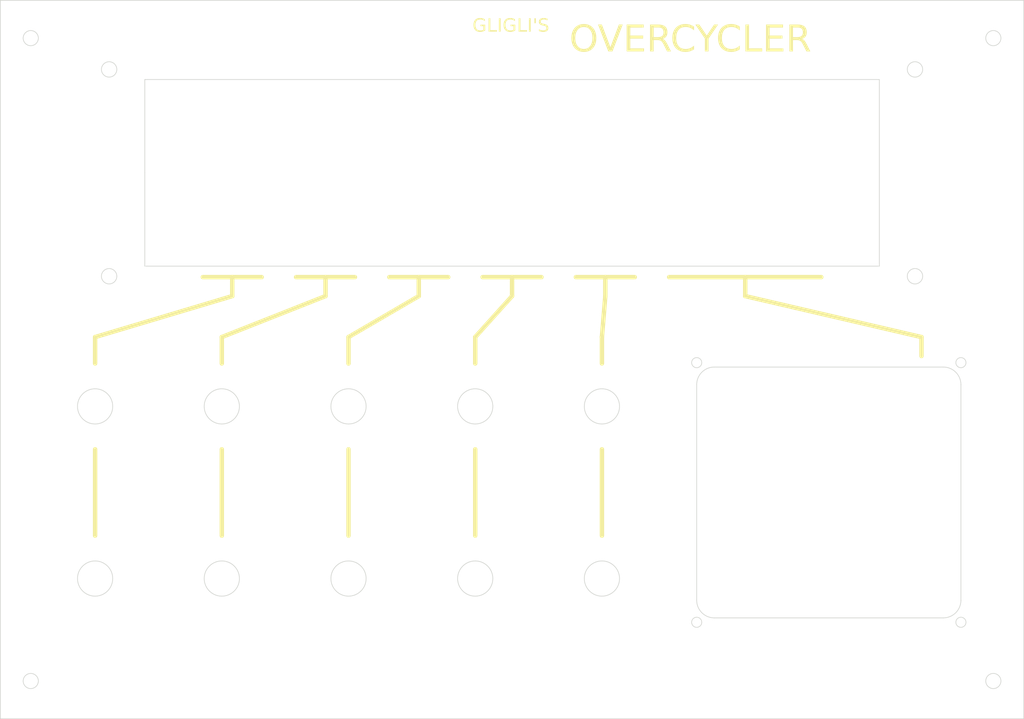
<source format=kicad_pcb>
(kicad_pcb
	(version 20240108)
	(generator "pcbnew")
	(generator_version "8.0")
	(general
		(thickness 1.6)
		(legacy_teardrops no)
	)
	(paper "A3")
	(layers
		(0 "F.Cu" signal)
		(31 "B.Cu" signal)
		(32 "B.Adhes" user "B.Adhesive")
		(33 "F.Adhes" user "F.Adhesive")
		(34 "B.Paste" user)
		(35 "F.Paste" user)
		(36 "B.SilkS" user "B.Silkscreen")
		(37 "F.SilkS" user "F.Silkscreen")
		(38 "B.Mask" user)
		(39 "F.Mask" user)
		(40 "Dwgs.User" user "User.Drawings")
		(41 "Cmts.User" user "User.Comments")
		(42 "Eco1.User" user "User.Eco1")
		(43 "Eco2.User" user "User.Eco2")
		(44 "Edge.Cuts" user)
		(45 "Margin" user)
		(46 "B.CrtYd" user "B.Courtyard")
		(47 "F.CrtYd" user "F.Courtyard")
		(48 "B.Fab" user)
		(49 "F.Fab" user)
		(50 "User.1" user)
		(51 "User.2" user)
		(52 "User.3" user)
		(53 "User.4" user)
		(54 "User.5" user)
		(55 "User.6" user)
		(56 "User.7" user)
		(57 "User.8" user)
		(58 "User.9" user)
	)
	(setup
		(pad_to_mask_clearance 0)
		(allow_soldermask_bridges_in_footprints no)
		(aux_axis_origin 90.91357 55.731669)
		(grid_origin 90.91357 55.731669)
		(pcbplotparams
			(layerselection 0x00010fc_ffffffff)
			(plot_on_all_layers_selection 0x0000000_00000000)
			(disableapertmacros no)
			(usegerberextensions no)
			(usegerberattributes yes)
			(usegerberadvancedattributes yes)
			(creategerberjobfile yes)
			(dashed_line_dash_ratio 12.000000)
			(dashed_line_gap_ratio 3.000000)
			(svgprecision 4)
			(plotframeref no)
			(viasonmask no)
			(mode 1)
			(useauxorigin no)
			(hpglpennumber 1)
			(hpglpenspeed 20)
			(hpglpendiameter 15.000000)
			(pdf_front_fp_property_popups yes)
			(pdf_back_fp_property_popups yes)
			(dxfpolygonmode yes)
			(dxfimperialunits yes)
			(dxfusepcbnewfont yes)
			(psnegative no)
			(psa4output no)
			(plotreference yes)
			(plotvalue yes)
			(plotfptext yes)
			(plotinvisibletext no)
			(sketchpadsonfab no)
			(subtractmaskfromsilk no)
			(outputformat 1)
			(mirror no)
			(drillshape 0)
			(scaleselection 1)
			(outputdirectory "Gerber/")
		)
	)
	(net 0 "")
	(gr_line
		(start 164.75857 118.631669)
		(end 164.75857 122.943369)
		(stroke
			(width 1)
			(type default)
		)
		(layer "F.SilkS")
		(uuid "0758f907-0649-410c-a3e8-e16596169f8a")
	)
	(gr_line
		(start 228.29857 118.631669)
		(end 228.29857 122.943369)
		(stroke
			(width 1)
			(type default)
		)
		(layer "F.SilkS")
		(uuid "0b069e70-a7d2-43d1-a853-16f33428dd6a")
	)
	(gr_line
		(start 227.52787 157.754969)
		(end 227.52787 177.378369)
		(stroke
			(width 1)
			(type default)
		)
		(layer "F.SilkS")
		(uuid "0b7e2df0-9379-482b-bb4d-b24a27e5de9b")
	)
	(gr_line
		(start 141.20927 157.754969)
		(end 141.20927 177.378369)
		(stroke
			(width 1)
			(type default)
		)
		(layer "F.SilkS")
		(uuid "0ddbddb0-7b3e-420a-aa20-48ea73283d01")
	)
	(gr_line
		(start 143.57857 118.631669)
		(end 136.89357 118.631669)
		(stroke
			(width 1)
			(type default)
		)
		(layer "F.SilkS")
		(uuid "13eb767b-93ad-4179-aeec-d2a660618517")
	)
	(gr_line
		(start 260.06857 118.631669)
		(end 277.34357 118.631669)
		(stroke
			(width 1)
			(type default)
		)
		(layer "F.SilkS")
		(uuid "1b8827e2-45f7-4b12-b9ff-4ec7b4b037f7")
	)
	(gr_line
		(start 185.93857 118.631669)
		(end 185.93857 122.943369)
		(stroke
			(width 1)
			(type default)
		)
		(layer "F.SilkS")
		(uuid "2f69d5e3-a61f-43da-a0f3-e2a4d3b5725c")
	)
	(gr_line
		(start 164.75857 122.943369)
		(end 141.20927 132.254999)
		(stroke
			(width 1)
			(type default)
		)
		(layer "F.SilkS")
		(uuid "3ca40934-468a-4615-846a-1224ec69886b")
	)
	(gr_line
		(start 112.43647 138.255002)
		(end 112.43647 132.254999)
		(stroke
			(width 1)
			(type default)
		)
		(layer "F.SilkS")
		(uuid "42a36820-9911-4ad1-bdc7-cfccb3fc6a77")
	)
	(gr_line
		(start 158.07357 118.631669)
		(end 164.75857 118.631669)
		(stroke
			(width 1)
			(type default)
		)
		(layer "F.SilkS")
		(uuid "42aefb7a-6a0b-4308-ade0-1fcd06e3e869")
	)
	(gr_line
		(start 242.79357 118.631669)
		(end 260.06857 118.631669)
		(stroke
			(width 1)
			(type default)
		)
		(layer "F.SilkS")
		(uuid "4fbbe018-dba8-4de5-98b2-6956152fb63e")
	)
	(gr_line
		(start 112.43647 157.754969)
		(end 112.43647 177.378369)
		(stroke
			(width 1)
			(type default)
		)
		(layer "F.SilkS")
		(uuid "587aa794-000f-4679-a71d-ed77047eb390")
	)
	(gr_line
		(start 221.61357 118.631669)
		(end 228.29857 118.631669)
		(stroke
			(width 1)
			(type default)
		)
		(layer "F.SilkS")
		(uuid "5a6d2e6a-9a34-42e5-97a8-537ce8b4765a")
	)
	(gr_line
		(start 143.57857 118.631669)
		(end 143.57857 122.943369)
		(stroke
			(width 1)
			(type default)
		)
		(layer "F.SilkS")
		(uuid "639ade77-4c48-4991-9531-0761eecf9bd5")
	)
	(gr_line
		(start 143.57857 122.943369)
		(end 112.43647 132.254999)
		(stroke
			(width 1)
			(type default)
		)
		(layer "F.SilkS")
		(uuid "6887dc34-f79f-444a-80b4-e2aa938ab6c3")
	)
	(gr_line
		(start 207.11857 122.943369)
		(end 198.755 132.254999)
		(stroke
			(width 1)
			(type default)
		)
		(layer "F.SilkS")
		(uuid "6f0094dd-1959-4df8-94b8-d742c873fbbb")
	)
	(gr_line
		(start 185.93857 122.943369)
		(end 169.98217 132.254999)
		(stroke
			(width 1)
			(type default)
		)
		(layer "F.SilkS")
		(uuid "7aca4267-4aa2-4725-ab9c-641dd1a7592d")
	)
	(gr_line
		(start 300.09737 132.254999)
		(end 300.09737 136.566669)
		(stroke
			(width 1)
			(type default)
		)
		(layer "F.SilkS")
		(uuid "86b8ac0a-67b0-42d8-ba2a-bdfab1c39861")
	)
	(gr_line
		(start 150.26357 118.631669)
		(end 143.57857 118.631669)
		(stroke
			(width 1)
			(type default)
		)
		(layer "F.SilkS")
		(uuid "8932703d-c552-491e-ae1f-f0ae97ff5cc5")
	)
	(gr_line
		(start 141.20927 138.255002)
		(end 141.20927 132.254999)
		(stroke
			(width 1)
			(type default)
		)
		(layer "F.SilkS")
		(uuid "8fc10408-1379-4232-8ee0-34ae1db1fe04")
	)
	(gr_line
		(start 228.29857 122.943369)
		(end 227.52787 132.254999)
		(stroke
			(width 1)
			(type default)
		)
		(layer "F.SilkS")
		(uuid "92f32dde-9767-4247-af49-46a99b661a12")
	)
	(gr_line
		(start 207.11857 118.631669)
		(end 213.80357 118.631669)
		(stroke
			(width 1)
			(type default)
		)
		(layer "F.SilkS")
		(uuid "934a7477-c21d-4750-90d9-51330d96948d")
	)
	(gr_line
		(start 198.755 138.255002)
		(end 198.755 132.254999)
		(stroke
			(width 1)
			(type default)
		)
		(layer "F.SilkS")
		(uuid "96b63361-4b39-4eba-a426-cf4c7e1ee097")
	)
	(gr_line
		(start 169.98217 157.754969)
		(end 169.98217 177.378369)
		(stroke
			(width 1)
			(type default)
		)
		(layer "F.SilkS")
		(uuid "a1961a13-85c6-4896-86c5-7566065d2ebb")
	)
	(gr_line
		(start 198.755 157.754969)
		(end 198.755 177.378369)
		(stroke
			(width 1)
			(type default)
		)
		(layer "F.SilkS")
		(uuid "b0f550e2-3ddf-45ef-a915-06cdf471e508")
	)
	(gr_line
		(start 200.43357 118.631669)
		(end 207.11857 118.631669)
		(stroke
			(width 1)
			(type default)
		)
		(layer "F.SilkS")
		(uuid "b46d9af2-989b-4526-9581-80e4c68936b7")
	)
	(gr_line
		(start 164.75857 118.631669)
		(end 171.44357 118.631669)
		(stroke
			(width 1)
			(type default)
		)
		(layer "F.SilkS")
		(uuid "b7b13c90-b6d2-47bc-93f0-7a4fd6a74ca6")
	)
	(gr_line
		(start 185.93857 118.631669)
		(end 192.62357 118.631669)
		(stroke
			(width 1)
			(type default)
		)
		(layer "F.SilkS")
		(uuid "bb3fdf6f-09a4-4925-9ef9-9f4e598890ad")
	)
	(gr_line
		(start 260.06857 118.631669)
		(end 260.06857 122.943369)
		(stroke
			(width 1)
			(type default)
		)
		(layer "F.SilkS")
		(uuid "bbea95c0-672c-486d-8da0-d6681b933e51")
	)
	(gr_line
		(start 179.25357 118.631669)
		(end 185.93857 118.631669)
		(stroke
			(width 1)
			(type default)
		)
		(layer "F.SilkS")
		(uuid "c8408073-a3fe-405a-8c88-da15e93ce874")
	)
	(gr_line
		(start 228.29857 118.631669)
		(end 234.98357 118.631669)
		(stroke
			(width 1)
			(type default)
		)
		(layer "F.SilkS")
		(uuid "df9ed31f-69d8-429f-955d-3ad8d5e9bf22")
	)
	(gr_line
		(start 260.06857 122.943369)
		(end 300.09737 132.254999)
		(stroke
			(width 1)
			(type default)
		)
		(layer "F.SilkS")
		(uuid "e59c73b0-7dbb-4ad7-beda-e6607dcb9d45")
	)
	(gr_line
		(start 169.98217 138.255002)
		(end 169.98217 132.254999)
		(stroke
			(width 1)
			(type default)
		)
		(layer "F.SilkS")
		(uuid "eb2305d0-7571-4a35-9398-bb3206caa466")
	)
	(gr_line
		(start 207.11857 118.631669)
		(end 207.11857 122.943369)
		(stroke
			(width 1)
			(type default)
		)
		(layer "F.SilkS")
		(uuid "ec4a3c90-748a-45cd-9600-8c2ce73bea23")
	)
	(gr_line
		(start 227.52787 132.254999)
		(end 227.52787 138.255002)
		(stroke
			(width 1)
			(type default)
		)
		(layer "F.SilkS")
		(uuid "eebd19f6-daae-4a5a-83dd-59ed41dfce6b")
	)
	(gr_line
		(start 305.05067 196.066667)
		(end 305.05067 196.066669)
		(stroke
			(width 0.15)
			(type default)
		)
		(layer "Edge.Cuts")
		(uuid "08b25a36-91d7-43e9-891e-68e150a8e542")
	)
	(gr_circle
		(center 198.755 187.128369)
		(end 202.755 187.128369)
		(stroke
			(width 0.15)
			(type default)
		)
		(fill none)
		(layer "Edge.Cuts")
		(uuid "08e6c4a9-f2bb-491f-90ab-b6286508aeb9")
	)
	(gr_circle
		(center 309.05057 197.066669)
		(end 310.20057 197.066669)
		(stroke
			(width 0.15)
			(type default)
		)
		(fill none)
		(layer "Edge.Cuts")
		(uuid "0f8eef37-2e6a-4ee5-8e46-73a5222893cb")
	)
	(gr_line
		(start 290.51857 73.731669)
		(end 290.51857 116.131669)
		(stroke
			(width 0.15)
			(type default)
		)
		(layer "Edge.Cuts")
		(uuid "0fbe2a81-6ad6-4025-88e6-968cd37d0c0c")
	)
	(gr_circle
		(center 115.61857 71.431669)
		(end 117.36857 71.431669)
		(stroke
			(width 0.15)
			(type default)
		)
		(fill none)
		(layer "Edge.Cuts")
		(uuid "11897a78-d4c2-4a81-9848-7185e5ed68a0")
	)
	(gr_circle
		(center 112.43647 187.128369)
		(end 116.43647 187.128369)
		(stroke
			(width 0.15)
			(type default)
		)
		(fill none)
		(layer "Edge.Cuts")
		(uuid "16a2f275-ae13-4336-8dd4-28d63acd7a7b")
	)
	(gr_circle
		(center 169.98217 148.004969)
		(end 173.98217 148.004969)
		(stroke
			(width 0.15)
			(type default)
		)
		(fill none)
		(layer "Edge.Cuts")
		(uuid "1f15e72f-8f4d-4bec-9383-883b0fb55ca7")
	)
	(gr_line
		(start 309.05057 143.094953)
		(end 309.05057 192.094811)
		(stroke
			(width 0.15)
			(type default)
		)
		(layer "Edge.Cuts")
		(uuid "330e9f49-91c1-4a00-a3bb-0ec9d8d691af")
	)
	(gr_line
		(start 249.05067 192.066669)
		(end 249.05067 143.066669)
		(stroke
			(width 0.15)
			(type default)
		)
		(layer "Edge.Cuts")
		(uuid "37330050-6b1e-4d58-8287-6889bad5a6ff")
	)
	(gr_circle
		(center 309.05057 138.066669)
		(end 310.20057 138.066669)
		(stroke
			(width 0.15)
			(type default)
		)
		(fill none)
		(layer "Edge.Cuts")
		(uuid "40b87f02-2bc4-4cb1-a2b3-eb9b59e5f05a")
	)
	(gr_circle
		(center 198.755 148.004969)
		(end 202.755 148.004969)
		(stroke
			(width 0.15)
			(type default)
		)
		(fill none)
		(layer "Edge.Cuts")
		(uuid "42286bce-22f6-4d3f-ade6-3a7d8224f494")
	)
	(gr_circle
		(center 97.82357 64.321669)
		(end 99.54857 64.321669)
		(stroke
			(width 0.15)
			(type default)
		)
		(fill none)
		(layer "Edge.Cuts")
		(uuid "460196da-cb2f-4a85-aa57-d6da044b1e7b")
	)
	(gr_arc
		(start 305.05067 139.066669)
		(mid 307.889079 140.24826)
		(end 309.05057 143.094953)
		(stroke
			(width 0.15)
			(type default)
		)
		(layer "Edge.Cuts")
		(uuid "46e2409e-9438-4f0c-9322-8055e0215665")
	)
	(gr_circle
		(center 141.20927 148.004969)
		(end 145.20927 148.004969)
		(stroke
			(width 0.15)
			(type default)
		)
		(fill none)
		(layer "Edge.Cuts")
		(uuid "4b43b80f-e4de-4d81-9ece-2811aaee4114")
	)
	(gr_line
		(start 123.71857 116.131669)
		(end 123.71857 94.931669)
		(stroke
			(width 0.15)
			(type default)
		)
		(layer "Edge.Cuts")
		(uuid "4e22f383-2d71-45e8-b2cf-76ffdb2f85ee")
	)
	(gr_arc
		(start 309.05057 192.094811)
		(mid 307.869129 194.905028)
		(end 305.05067 196.066667)
		(stroke
			(width 0.15)
			(type default)
		)
		(layer "Edge.Cuts")
		(uuid "50077cb5-a160-4ef5-b9d1-2cfdac0d6fae")
	)
	(gr_circle
		(center 112.43647 148.004969)
		(end 116.43647 148.004969)
		(stroke
			(width 0.15)
			(type default)
		)
		(fill none)
		(layer "Edge.Cuts")
		(uuid "56169340-fd3d-4a03-98f1-0d6b94bef07d")
	)
	(gr_circle
		(center 316.41357 210.411669)
		(end 318.13857 210.411669)
		(stroke
			(width 0.15)
			(type default)
		)
		(fill none)
		(layer "Edge.Cuts")
		(uuid "674b92e5-648e-488c-a54c-5254f199cfd8")
	)
	(gr_circle
		(center 115.61857 118.431669)
		(end 117.36857 118.431669)
		(stroke
			(width 0.15)
			(type default)
		)
		(fill none)
		(layer "Edge.Cuts")
		(uuid "7f02f85f-32fe-416a-bb62-0db1dab93c56")
	)
	(gr_line
		(start 253.05067 139.066669)
		(end 305.05067 139.066669)
		(stroke
			(width 0.15)
			(type default)
		)
		(layer "Edge.Cuts")
		(uuid "84ae7f1a-1919-47ce-84ba-ec4439ca07b6")
	)
	(gr_circle
		(center 249.05067 197.066669)
		(end 250.20067 197.066669)
		(stroke
			(width 0.15)
			(type default)
		)
		(fill none)
		(layer "Edge.Cuts")
		(uuid "8523e154-b4ee-4139-8204-7682afaa8c94")
	)
	(gr_line
		(start 323.32357 219.001669)
		(end 90.91357 219.001669)
		(stroke
			(width 0.15)
			(type default)
		)
		(layer "Edge.Cuts")
		(uuid "8b6e1788-ad6d-4fae-880a-1b281fe52f0c")
	)
	(gr_circle
		(center 249.05067 138.066669)
		(end 250.20067 138.066669)
		(stroke
			(width 0.15)
			(type default)
		)
		(fill none)
		(layer "Edge.Cuts")
		(uuid "920ccd46-c5bd-4340-a9ed-b56557a5b8d2")
	)
	(gr_line
		(start 123.71857 94.931669)
		(end 123.71857 73.731669)
		(stroke
			(width 0.15)
			(type default)
		)
		(layer "Edge.Cuts")
		(uuid "9724f265-d8d0-487e-9fb3-1a4b619dbd85")
	)
	(gr_circle
		(center 298.61857 118.431669)
		(end 300.36857 118.431669)
		(stroke
			(width 0.15)
			(type default)
		)
		(fill none)
		(layer "Edge.Cuts")
		(uuid "9b0690a7-3b91-4a16-b1db-f007c4d90f4b")
	)
	(gr_circle
		(center 169.98217 187.128369)
		(end 173.98217 187.128369)
		(stroke
			(width 0.15)
			(type default)
		)
		(fill none)
		(layer "Edge.Cuts")
		(uuid "a357bef6-ae03-49cc-8e97-f0f0dac3f4fc")
	)
	(gr_line
		(start 123.71857 73.731669)
		(end 290.51857 73.731669)
		(stroke
			(width 0.15)
			(type default)
		)
		(layer "Edge.Cuts")
		(uuid "a5e0f72b-6d62-4521-bf2c-19b30e2f6251")
	)
	(gr_circle
		(center 141.20927 187.128369)
		(end 145.20927 187.128369)
		(stroke
			(width 0.15)
			(type default)
		)
		(fill none)
		(layer "Edge.Cuts")
		(uuid "adf3aaf1-4c56-4d93-a9d9-0fbc4eda955b")
	)
	(gr_circle
		(center 227.52787 187.128369)
		(end 231.52787 187.128369)
		(stroke
			(width 0.15)
			(type default)
		)
		(fill none)
		(layer "Edge.Cuts")
		(uuid "aff1d442-3f4f-4981-92ee-0bb16d80952b")
	)
	(gr_circle
		(center 316.41357 64.321669)
		(end 318.13857 64.321669)
		(stroke
			(width 0.15)
			(type default)
		)
		(fill none)
		(layer "Edge.Cuts")
		(uuid "b39c39b7-e664-4078-a7ea-072476e6a4c5")
	)
	(gr_line
		(start 323.32357 55.731669)
		(end 323.32357 219.001669)
		(stroke
			(width 0.15)
			(type default)
		)
		(layer "Edge.Cuts")
		(uuid "c89b1295-24f0-4d1b-9cf1-12b2cd5f95d1")
	)
	(gr_circle
		(center 298.61857 71.431669)
		(end 300.36857 71.431669)
		(stroke
			(width 0.15)
			(type default)
		)
		(fill none)
		(layer "Edge.Cuts")
		(uuid "cbd9daf6-0ca2-4c27-8703-6f05f7deb9bb")
	)
	(gr_line
		(start 290.51857 116.131669)
		(end 123.71857 116.131669)
		(stroke
			(width 0.15)
			(type default)
		)
		(layer "Edge.Cuts")
		(uuid "cf9cb6e1-5eb4-4b39-ac34-9053dd5b81c5")
	)
	(gr_circle
		(center 227.52787 148.004969)
		(end 231.52787 148.004969)
		(stroke
			(width 0.15)
			(type default)
		)
		(fill none)
		(layer "Edge.Cuts")
		(uuid "d09aa31e-d9f8-4d51-bb48-44ba0e52b982")
	)
	(gr_circle
		(center 97.82357 210.411669)
		(end 99.54857 210.411669)
		(stroke
			(width 0.15)
			(type default)
		)
		(fill none)
		(layer "Edge.Cuts")
		(uuid "d2a9cc04-a828-4e38-9f4d-1085bfc9ae74")
	)
	(gr_line
		(start 90.91357 55.731669)
		(end 323.32357 55.731669)
		(stroke
			(width 0.15)
			(type default)
		)
		(layer "Edge.Cuts")
		(uuid "e62664b0-a738-4109-ad5a-5d1d7e1a59dc")
	)
	(gr_line
		(start 90.91357 219.001669)
		(end 90.91357 55.731669)
		(stroke
			(width 0.15)
			(type default)
		)
		(layer "Edge.Cuts")
		(uuid "e8cb4823-7613-4b29-9ab4-4b23ead6507e")
	)
	(gr_arc
		(start 253.05067 196.066669)
		(mid 250.222243 194.895096)
		(end 249.05067 192.066669)
		(stroke
			(width 0.15)
			(type default)
		)
		(layer "Edge.Cuts")
		(uuid "f2f84017-1d40-44c5-b31e-7ca41e52d731")
	)
	(gr_arc
		(start 249.05067 143.066669)
		(mid 250.222243 140.238242)
		(end 253.05067 139.066669)
		(stroke
			(width 0.15)
			(type default)
		)
		(layer "Edge.Cuts")
		(uuid "f5301590-3d08-49da-bce1-d236aa3b2b73")
	)
	(gr_line
		(start 305.05067 196.066669)
		(end 253.05067 196.066669)
		(stroke
			(width 0.15)
			(type default)
		)
		(layer "Edge.Cuts")
		(uuid "fc13a2ff-e31e-435c-a300-5de005b92b59")
	)
	(gr_text "GLIGLI'S"
		(at 198.11857 63.366669 0)
		(layer "F.SilkS")
		(uuid "d14aa7f5-756a-44c4-a854-14d98915c61d")
		(effects
			(font
				(face "Imagine Font")
				(size 3 3)
				(thickness 0.15)
			)
			(justify left bottom)
		)
		(render_cache "GLIGLI'S" 0
			(polygon
				(pts
					(xy 198.11857 62.856669) (xy 198.11857 60.230569) (xy 200.744669 60.230569) (xy 200.744669 60.755936)
					(xy 198.643936 60.755936) (xy 198.643936 62.331302) (xy 200.219302 62.331302) (xy 200.219302 61.824987)
					(xy 199.16857 61.824987) (xy 199.16857 61.29962) (xy 200.744669 61.29962) (xy 200.744669 62.856669)
				)
			)
			(polygon
				(pts
					(xy 201.266371 62.856669) (xy 201.266371 60.230569) (xy 201.791738 60.230569) (xy 201.791738 62.331302)
					(xy 203.89247 62.331302) (xy 203.89247 62.856669)
				)
			)
			(polygon
				(pts
					(xy 204.414173 62.856669) (xy 204.414173 60.230569) (xy 204.939539 60.230569) (xy 204.939539 62.856669)
				)
			)
			(polygon
				(pts
					(xy 205.46344 62.856669) (xy 205.46344 60.230569) (xy 208.089539 60.230569) (xy 208.089539 60.755936)
					(xy 205.988807 60.755936) (xy 205.988807 62.331302) (xy 207.564173 62.331302) (xy 207.564173 61.824987)
					(xy 206.51344 61.824987) (xy 206.51344 61.29962) (xy 208.089539 61.29962) (xy 208.089539 62.856669)
				)
			)
			(polygon
				(pts
					(xy 208.611242 62.856669) (xy 208.611242 60.230569) (xy 209.136609 60.230569) (xy 209.136609 62.331302)
					(xy 211.237341 62.331302) (xy 211.237341 62.856669)
				)
			)
			(polygon
				(pts
					(xy 211.759044 62.856669) (xy 211.759044 60.230569) (xy 212.28441 60.230569) (xy 212.28441 62.856669)
				)
			)
			(polygon
				(pts
					(xy 212.808311 61.262251) (xy 212.808311 60.230569) (xy 213.333678 60.230569) (xy 213.333678 61.262251)
				)
			)
			(polygon
				(pts
					(xy 213.857579 62.856669) (xy 213.857579 62.331302) (xy 215.958311 62.331302) (xy 215.958311 61.824987)
					(xy 213.857579 61.824987) (xy 213.857579 60.230569) (xy 216.483678 60.230569) (xy 216.483678 60.755936)
					(xy 214.382945 60.755936) (xy 214.382945 61.29962) (xy 216.483678 61.29962) (xy 216.483678 62.856669)
				)
			)
		)
	)
	(gr_text "OVERCYCLER"
		(at 220.11857 68.366669 0)
		(layer "F.SilkS")
		(uuid "d23cb641-baa9-4215-8dfe-e9b197cd9b5a")
		(effects
			(font
				(face "outrun future")
				(size 6 6)
				(thickness 0.15)
			)
			(justify left bottom)
		)
		(render_cache "OVERCYCLER" 0
			(polygon
				(pts
					(xy 225.914258 60.325784) (xy 226.21006 60.360521) (xy 226.531364 60.41682) (xy 226.682352 60.448762)
					(xy 226.682352 60.432642) (xy 226.654508 60.371093) (xy 226.682352 60.371093) (xy 226.738039 60.432642)
					(xy 226.765883 60.432642) (xy 226.765883 60.412126) (xy 226.738039 60.334456) (xy 226.765883 60.334456)
					(xy 227.01208 60.510311) (xy 227.174745 60.489795) (xy 227.460366 60.607289) (xy 227.701519 60.796483)
					(xy 227.903225 61.031025) (xy 228.023245 61.209334) (xy 228.170936 61.499747) (xy 228.298934 61.784068)
					(xy 228.407241 62.062299) (xy 228.514932 62.401522) (xy 228.591854 62.731229) (xy 228.638007 63.051418)
					(xy 228.653392 63.362091) (xy 228.627541 63.694884) (xy 228.581586 64.007164) (xy 228.525737 64.322652)
					(xy 228.469568 64.61121) (xy 228.403188 64.931916) (xy 228.326595 65.28477) (xy 228.273838 65.28477)
					(xy 228.273838 65.127966) (xy 228.245994 65.127966) (xy 228.21522 65.321407) (xy 228.162463 65.321407)
					(xy 228.109707 64.937457) (xy 228.081863 64.937457) (xy 227.930525 65.207366) (xy 227.718091 65.475442)
					(xy 227.482737 65.724734) (xy 227.256279 65.941118) (xy 226.995885 66.172568) (xy 226.701557 66.419086)
					(xy 226.541668 66.547994) (xy 226.302867 66.732161) (xy 226.057609 66.906573) (xy 225.805894 67.071231)
					(xy 225.547722 67.226135) (xy 225.283092 67.371284) (xy 225.012005 67.506678) (xy 224.734462 67.632318)
					(xy 224.450461 67.748204) (xy 224.160214 67.83486) (xy 223.86444 67.9133) (xy 223.551958 67.978292)
					(xy 223.294215 68.003193) (xy 222.991421 67.97772) (xy 222.682903 67.929574) (xy 222.355168 67.868437)
					(xy 222.037425 67.803479) (xy 221.75402 67.742342) (xy 221.428302 67.707771) (xy 221.114084 67.604057)
					(xy 220.853908 67.460127) (xy 220.602182 67.265399) (xy 220.358904 67.019872) (xy 220.253758 66.74116)
					(xy 220.178653 66.453106) (xy 220.13359 66.15571) (xy 220.11857 65.848971) (xy 220.130329 65.539169)
					(xy 220.139546 65.45916) (xy 221.994355 65.45916) (xy 222.043187 65.764968) (xy 222.17233 66.054396)
					(xy 222.35757 66.32418) (xy 222.407613 66.385329) (xy 222.707918 66.496612) (xy 223.007598 66.579662)
					(xy 223.154997 66.596354) (xy 223.485274 66.556352) (xy 223.782212 66.514014) (xy 224.106502 66.457807)
					(xy 224.426887 66.385542) (xy 224.705862 66.294591) (xy 224.86372 66.210939) (xy 225.167344 66.037786)
					(xy 225.430485 65.881028) (xy 225.702482 65.708136) (xy 225.945381 65.534479) (xy 226.154123 65.311916)
					(xy 226.159184 65.28477) (xy 226.336747 65.02474) (xy 226.496846 64.763423) (xy 226.639479 64.500817)
					(xy 226.802488 64.148672) (xy 226.934448 63.794237) (xy 227.035358 63.437513) (xy 227.105219 63.078499)
					(xy 227.144031 62.717195) (xy 227.152763 62.444715) (xy 227.086932 62.15128) (xy 226.984236 62.076885)
					(xy 226.698207 61.892815) (xy 226.446453 61.739944) (xy 226.189592 61.59768) (xy 225.896842 61.46852)
					(xy 225.745925 61.437946) (xy 225.416197 61.631386) (xy 225.118726 61.742404) (xy 224.824404 61.8648)
					(xy 224.53323 61.998573) (xy 224.245205 62.143723) (xy 223.960328 62.300251) (xy 223.6786 62.468156)
					(xy 223.56679 62.538504) (xy 223.313891 62.736353) (xy 223.105442 62.951466) (xy 223.043622 63.099774)
					(xy 222.771017 63.273976) (xy 222.561113 63.509342) (xy 222.374233 63.750902) (xy 222.271326 63.892586)
					(xy 222.391509 64.167273) (xy 222.407613 64.297052) (xy 222.288559 64.576198) (xy 222.17233 64.863473)
					(xy 222.062558 65.165563) (xy 221.994355 65.45916) (xy 220.139546 65.45916) (xy 220.165607 65.232947)
					(xy 220.224404 64.930306) (xy 220.30672 64.631245) (xy 220.412555 64.335765) (xy 220.541909 64.043866)
					(xy 220.694782 63.755547) (xy 220.871173 63.470809) (xy 221.071084 63.189652) (xy 221.294513 62.912075)
					(xy 221.456532 62.729013) (xy 221.648478 62.480962) (xy 221.886895 62.225903) (xy 222.121075 62.008003)
					(xy 222.387526 61.785236) (xy 222.623923 61.603519) (xy 222.880973 61.418689) (xy 223.017244 61.325105)
					(xy 223.33432 61.162567) (xy 223.60045 61.027577) (xy 223.887439 60.884874) (xy 224.155492 60.763108)
					(xy 224.166162 60.760904) (xy 224.405398 60.571128) (xy 224.704443 60.465798) (xy 225.007226 60.382233)
					(xy 225.123105 60.353507) (xy 225.422677 60.313116) (xy 225.479212 60.312475) (xy 225.615499 60.312475)
				)
			)
			(polygon
				(pts
					(xy 234.705729 58.810381) (xy 234.762882 58.817708) (xy 234.661004 59.094989) (xy 234.655904 59.116662)
					(xy 234.651507 59.150367) (xy 234.67642 59.153298) (xy 234.801442 58.884278) (xy 234.808311 58.858741)
					(xy 234.861068 58.87193) (xy 234.861068 58.924687) (xy 234.881584 59.137178) (xy 234.778676 59.451038)
					(xy 234.680244 59.747816) (xy 234.586289 60.027512) (xy 234.453749 60.415028) (xy 234.331282 60.76411)
					(xy 234.218887 61.074758) (xy 234.084695 61.42917) (xy 233.968408 61.715255) (xy 233.827553 62.016269)
					(xy 233.772233 62.109125) (xy 233.626268 62.393438) (xy 233.473039 62.689137) (xy 233.312546 62.996222)
					(xy 233.144789 63.314692) (xy 232.969767 63.644549) (xy 232.78748 63.985792) (xy 232.59793 64.33842)
					(xy 232.401115 64.702434) (xy 232.197036 65.077835) (xy 231.985692 65.464621) (xy 231.840761 65.728804)
					(xy 231.716248 66.0198) (xy 231.595869 66.300378) (xy 231.479623 66.570537) (xy 231.313003 66.956242)
					(xy 231.155682 67.318504) (xy 231.007661 67.657325) (xy 230.868939 67.972705) (xy 230.739517 68.264643)
					(xy 230.619394 68.533139) (xy 230.473695 68.85467) (xy 230.344529 69.134526) (xy 230.184373 69.435181)
					(xy 230.036382 69.702419) (xy 229.87485 69.978996) (xy 229.708535 70.24085) (xy 229.529735 70.481281)
					(xy 229.438877 70.497401) (xy 229.361207 70.453438) (xy 229.299658 70.506194) (xy 229.267418 70.501798)
					(xy 229.189749 70.456368) (xy 229.148716 70.534038) (xy 229.141389 70.583863) (xy 229.088632 70.57507)
					(xy 229.104752 70.476885) (xy 229.104752 70.472488) (xy 229.053461 70.435852) (xy 229.027083 70.432921)
					(xy 229.013894 70.51059) (xy 228.962603 70.501798) (xy 228.833643 69.9332) (xy 228.804573 69.606791)
					(xy 228.778362 69.289218) (xy 228.75501 68.98048) (xy 228.734518 68.680578) (xy 228.711643 68.294453)
					(xy 228.693852 67.924036) (xy 228.681144 67.569326) (xy 228.673519 67.230325) (xy 228.670977 66.907031)
					(xy 228.673553 66.595572) (xy 228.681281 66.300498) (xy 228.697355 65.96804) (xy 228.720848 65.659177)
					(xy 228.757634 65.328661) (xy 228.77649 65.196843) (xy 228.761835 65.147017) (xy 228.769163 65.060555)
					(xy 228.789679 65.048832) (xy 228.789679 64.966766) (xy 228.84097 64.61066) (xy 228.826315 64.524198)
					(xy 228.852694 64.528595) (xy 228.835108 64.491958) (xy 228.84097 64.443598) (xy 228.886399 64.30438)
					(xy 228.867348 64.250158) (xy 228.892261 64.254554) (xy 228.874676 64.217918) (xy 228.890796 64.206194)
					(xy 228.901054 64.206194) (xy 228.879072 64.168092) (xy 228.886399 64.119732) (xy 228.921662 63.823549)
					(xy 228.927432 63.68156) (xy 228.927432 63.562858) (xy 228.942087 63.551135) (xy 228.955276 63.551135)
					(xy 228.955276 63.542342) (xy 228.942087 63.448553) (xy 228.976283 63.147841) (xy 229.009668 62.827318)
					(xy 229.038068 62.508983) (xy 229.057891 62.187691) (xy 229.060789 62.051972) (xy 229.027083 61.823361)
					(xy 229.116476 61.786724) (xy 229.104752 61.700262) (xy 229.129997 61.393998) (xy 229.138687 61.082223)
					(xy 229.139923 60.881072) (xy 229.139923 60.579188) (xy 229.167767 60.582119) (xy 229.147251 60.545482)
					(xy 229.250849 60.268351) (xy 229.372931 60.202565) (xy 229.372931 60.205496) (xy 229.397844 60.221616)
					(xy 229.472582 60.173256) (xy 229.493098 60.173256) (xy 229.520942 60.177652) (xy 229.509218 60.255322)
					(xy 229.627921 60.226013) (xy 229.652833 60.230409) (xy 229.825757 60.755043) (xy 230.023594 60.771163)
					(xy 230.023594 60.787283) (xy 230.080747 60.77849) (xy 230.10859 60.787283) (xy 230.380272 60.928562)
					(xy 230.561417 60.992447) (xy 230.717454 61.247282) (xy 230.734341 61.413033) (xy 230.718221 61.6138)
					(xy 230.688911 61.609404) (xy 230.713824 61.647506) (xy 230.684515 61.807241) (xy 230.663999 61.818964)
					(xy 230.656671 61.818964) (xy 230.677188 61.855601) (xy 230.677188 61.871721) (xy 230.656671 61.88491)
					(xy 230.643482 61.88491) (xy 230.668395 61.921546) (xy 230.663999 61.937666) (xy 230.643482 61.94939)
					(xy 230.636155 61.94939) (xy 230.636155 61.953786) (xy 230.659602 61.969906) (xy 230.609777 62.076885)
					(xy 230.403147 63.354763) (xy 230.362115 63.414847) (xy 230.391424 63.435364) (xy 230.341598 63.546738)
					(xy 230.280049 63.930688) (xy 230.259533 63.943877) (xy 230.247809 63.943877) (xy 230.275653 63.964394)
					(xy 230.23462 64.042063) (xy 230.205311 64.217918) (xy 230.184794 64.229641) (xy 230.171605 64.229641)
					(xy 230.196518 64.250158) (xy 230.092022 64.554558) (xy 229.995384 64.840004) (xy 229.928339 65.053228)
					(xy 229.928339 65.715615) (xy 229.957648 65.720011) (xy 230.103421 65.442032) (xy 230.27602 65.153635)
					(xy 230.461962 64.851201) (xy 230.629337 64.582542) (xy 230.820644 64.278024) (xy 231.035881 63.937649)
					(xy 231.27505 63.561416) (xy 231.360091 63.428036) (xy 231.525723 63.110682) (xy 231.693442 62.802137)
					(xy 231.863248 62.502403) (xy 232.03514 62.211478) (xy 232.209119 61.929363) (xy 232.385184 61.656058)
					(xy 232.563336 61.391563) (xy 232.743574 61.135878) (xy 232.925899 60.889003) (xy 233.11031 60.650938)
					(xy 233.23441 60.497122) (xy 233.408439 60.24211) (xy 233.600981 59.975877) (xy 233.780751 59.738748)
					(xy 233.974123 59.493376) (xy 234.181096 59.23976) (xy 234.206008 59.244156) (xy 234.201612 59.276396)
					(xy 234.005241 59.60759) (xy 234.005241 59.625175) (xy 234.030154 59.628106) (xy 234.255834 59.301309)
					(xy 234.311521 59.310102) (xy 234.295401 59.390702) (xy 234.255834 59.468371) (xy 234.26023 59.468371)
					(xy 234.460411 59.236404) (xy 234.62087 58.964597)
				)
			)
			(polygon
				(pts
					(xy 231.804124 57.44311) (xy 231.804124 57.476815) (xy 231.788004 57.476815) (xy 231.788004 57.44311)
				)
			)
			(polygon
				(pts
					(xy 240.034131 60.312475) (xy 240.331724 60.312475) (xy 240.69265 60.312475) (xy 241.012589 60.312475)
					(xy 241.354874 60.312475) (xy 241.681082 60.312475) (xy 241.997479 60.312475) (xy 242.019826 60.312475)
					(xy 242.236713 60.3623) (xy 242.236713 60.416522) (xy 242.081375 60.416522) (xy 242.081375 60.445831)
					(xy 242.270419 60.445831) (xy 242.270419 60.498588) (xy 241.946988 60.640039) (xy 241.62477 60.764328)
					(xy 241.346082 60.864036) (xy 241.035657 60.969308) (xy 240.693495 61.080145) (xy 240.319598 61.196546)
					(xy 239.913964 61.318511) (xy 239.62591 61.402912) (xy 239.323751 61.489786) (xy 239.007487 61.579133)
					(xy 238.677118 61.670953) (xy 238.373419 61.699872) (xy 238.145775 61.886049) (xy 238.143692 61.915685)
					(xy 238.0197 62.191266) (xy 237.874414 62.47652) (xy 237.791982 62.635224) (xy 237.825687 62.635224)
					(xy 238.014731 62.610311) (xy 238.205241 62.610311) (xy 239.153392 62.875559) (xy 239.153392 62.903403)
					(xy 239.119686 62.953228) (xy 239.181235 62.953228) (xy 239.181235 63.00745) (xy 238.881435 63.14518)
					(xy 238.555821 63.291518) (xy 238.284805 63.409163) (xy 237.997104 63.525659) (xy 237.761207 63.595098)
					(xy 237.443587 63.618282) (xy 237.180079 63.751822) (xy 237.158904 63.832502) (xy 236.064208 66.124477)
					(xy 236.096448 66.124477) (xy 236.419478 65.987248) (xy 236.740139 65.865821) (xy 237.016938 65.767959)
					(xy 237.324856 65.664275) (xy 237.663892 65.554769) (xy 238.034046 65.439442) (xy 238.435318 65.318293)
					(xy 238.72012 65.234292) (xy 239.018753 65.147704) (xy 239.331216 65.058529) (xy 239.657509 64.966766)
					(xy 239.657509 65.019523) (xy 239.497774 65.097192) (xy 239.657509 65.072279) (xy 239.685352 65.072279)
					(xy 239.685352 65.097192) (xy 239.443428 65.306208) (xy 239.156689 65.500193) (xy 238.899067 65.655583)
					(xy 238.597439 65.824997) (xy 238.324452 65.970627) (xy 238.177397 66.046808) (xy 237.856805 66.252453)
					(xy 237.541297 66.447336) (xy 237.230872 66.631457) (xy 236.92553 66.804816) (xy 236.625272 66.967413)
					(xy 236.330097 67.119248) (xy 236.040005 67.260321) (xy 235.754997 67.390632) (xy 235.457185 67.528311)
					(xy 235.177045 67.660528) (xy 234.831014 67.828323) (xy 234.516399 67.986409) (xy 234.2332 68.134787)
					(xy 233.923378 68.306606) (xy 233.662644 68.463255) (xy 233.4894 68.577652) (xy 233.238807 68.732991)
					(xy 233.206567 68.732991) (xy 233.079072 68.577652) (xy 232.796239 68.630409) (xy 232.647976 68.363993)
					(xy 232.574955 68.101379) (xy 232.513406 68.02371) (xy 232.661483 67.728858) (xy 232.826097 67.43771)
					(xy 233.047539 67.060884) (xy 233.226737 66.762068) (xy 233.431191 66.425174) (xy 233.660901 66.0502)
					(xy 233.915868 65.637147) (xy 234.196091 65.186015) (xy 234.50157 64.696804) (xy 234.663781 64.437919)
					(xy 234.832305 64.169515) (xy 235.007144 63.89159) (xy 235.188297 63.604146) (xy 235.375764 63.307182)
					(xy 235.569545 63.000698) (xy 235.76964 62.684695) (xy 235.976049 62.359171) (xy 236.188772 62.024128)
					(xy 236.331952 61.746253) (xy 236.40566 61.625524) (xy 236.284027 61.625524) (xy 236.190237 61.625524)
					(xy 235.878026 61.625524) (xy 235.596727 61.625524) (xy 235.320177 61.523944) (xy 235.283119 61.48484)
					(xy 235.283119 61.415964) (xy 235.344669 61.415964) (xy 235.18933 61.310451) (xy 235.18933 61.287003)
					(xy 235.18933 61.156578) (xy 235.341738 60.922105) (xy 235.625634 60.791759) (xy 235.908663 60.707965)
					(xy 236.002659 60.687632) (xy 236.317183 60.664184) (xy 236.637797 60.634875) (xy 236.949725 60.6052)
					(xy 237.32291 60.568929) (xy 237.757352 60.526065) (xy 238.081012 60.493825) (xy 238.431897 60.458654)
					(xy 238.810008 60.420552) (xy 239.215344 60.379519) (xy 239.647906 60.335555) (xy 239.874396 60.312475)
				)
			)
			(polygon
				(pts
					(xy 245.36693 60.26558) (xy 245.429944 60.343249) (xy 245.676141 60.324198) (xy 245.997703 60.334631)
					(xy 246.293957 60.349443) (xy 246.591445 60.365929) (xy 246.942697 60.386537) (xy 247.241418 60.404698)
					(xy 247.570382 60.425177) (xy 247.929588 60.447975) (xy 248.056043 60.456089) (xy 248.056043 60.500053)
					(xy 247.839156 60.500053) (xy 247.839156 60.520569) (xy 248.085352 60.520569) (xy 248.085352 60.561602)
					(xy 247.99596 60.608497) (xy 248.288529 60.631858) (xy 248.59599 60.645523) (xy 248.888423 60.64953)
					(xy 249.229874 60.64953) (xy 249.539092 60.581334) (xy 249.837032 60.501427) (xy 250.000705 60.456089)
					(xy 249.877606 60.520569) (xy 249.877606 60.541086) (xy 249.909847 60.541086) (xy 250.09596 60.500053)
					(xy 249.877606 60.690562) (xy 249.939156 60.690562) (xy 250.221916 60.582886) (xy 250.342156 60.561602)
					(xy 250.280607 60.64953) (xy 250.371466 60.64953) (xy 250.119858 60.862663) (xy 249.839138 61.055828)
					(xy 249.539704 61.253687) (xy 249.271461 61.427357) (xy 248.965789 61.62269) (xy 248.622687 61.839688)
					(xy 248.373159 61.996389) (xy 248.242156 62.07835) (xy 245.428479 63.589237) (xy 245.742756 64.060192)
					(xy 246.036758 64.501461) (xy 246.310484 64.913042) (xy 246.563933 65.294937) (xy 246.797107 65.647145)
					(xy 247.010005 65.969665) (xy 247.202626 66.262499) (xy 247.374972 66.525646) (xy 247.595473 66.864703)
					(xy 247.770354 67.136965) (xy 247.932561 67.396076) (xy 248.023803 67.562091) (xy 248.826874 68.935224)
					(xy 248.642226 68.725664) (xy 248.612917 68.725664) (xy 248.612917 68.74618) (xy 248.736015 68.976257)
					(xy 248.48573 68.788783) (xy 248.259919 68.568682) (xy 248.025177 68.317625) (xy 247.800514 68.064412)
					(xy 247.653043 67.893284) (xy 247.447512 67.68354) (xy 247.230785 67.45794) (xy 247.029651 67.240869)
					(xy 247.00238 67.210381) (xy 246.973071 67.210381) (xy 246.973071 67.230897) (xy 247.063929 67.393563)
					(xy 247.03462 67.393563) (xy 246.788125 67.197043) (xy 246.549553 66.981037) (xy 246.298794 66.744832)
					(xy 246.064184 66.519083) (xy 245.799348 66.260636) (xy 245.580886 66.045343) (xy 245.343258 65.816279)
					(xy 245.11672 65.585212) (xy 244.901273 65.352141) (xy 244.696918 65.117067) (xy 244.503654 64.879989)
					(xy 244.321481 64.640908) (xy 244.251717 64.544715) (xy 244.223873 64.544715) (xy 244.145511 64.857711)
					(xy 244.060377 65.144838) (xy 243.944286 65.523052) (xy 243.836901 65.866488) (xy 243.712102 66.261161)
					(xy 243.619229 66.552741) (xy 243.518616 66.867093) (xy 243.410264 67.204217) (xy 243.294172 67.564113)
					(xy 243.233224 67.7526) (xy 243.200984 67.956299) (xy 243.139435 67.956299) (xy 243.110126 67.956299)
					(xy 242.953322 67.853717) (xy 242.924013 67.853717) (xy 242.924013 67.915266) (xy 242.891773 67.915266)
					(xy 242.800914 67.771651) (xy 242.818923 67.469369) (xy 242.849137 67.1259) (xy 242.879648 66.808608)
					(xy 242.909415 66.511601) (xy 242.943945 66.176218) (xy 242.953322 66.086375) (xy 242.953322 66.024826)
					(xy 242.924013 66.024826) (xy 242.821939 66.303442) (xy 242.70444 66.595009) (xy 242.593293 66.866212)
					(xy 242.459463 67.189865) (xy 242.459463 66.939271) (xy 242.459463 66.918755) (xy 242.438946 66.918755)
					(xy 242.397914 67.148832) (xy 242.336364 67.148832) (xy 242.336364 67.021337) (xy 242.307055 66.939271)
					(xy 242.350458 66.64713) (xy 242.396036 66.349562) (xy 242.443789 66.046568) (xy 242.493718 65.738146)
					(xy 242.545822 65.424298) (xy 242.600101 65.105023) (xy 242.656555 64.780321) (xy 242.715185 64.450193)
					(xy 242.77599 64.114637) (xy 242.83897 63.773655) (xy 242.904126 63.427246) (xy 242.971457 63.075411)
					(xy 243.040963 62.718148) (xy 243.061407 62.614708) (xy 244.807125 62.614708) (xy 245.106971 62.490476)
					(xy 245.404385 62.354993) (xy 245.673433 62.225689) (xy 245.970143 62.077792) (xy 246.294512 61.911302)
					(xy 246.555942 61.774234) (xy 246.83293 61.626706) (xy 247.125478 61.46872) (xy 246.821579 61.496289)
					(xy 246.52351 61.51395) (xy 246.195428 61.525581) (xy 245.890327 61.53075) (xy 245.674676 61.531735)
					(xy 245.210126 61.531735) (xy 245.069808 61.802478) (xy 244.969941 62.0912) (xy 244.865699 62.421168)
					(xy 244.807125 62.614708) (xy 243.061407 62.614708) (xy 243.112644 62.355459) (xy 243.186501 61.987343)
					(xy 243.262533 61.6138) (xy 243.233224 61.531735) (xy 242.960072 61.410709) (xy 242.953322 61.402775)
					(xy 242.987027 61.319244) (xy 242.686523 61.27402) (xy 242.417126 61.11981) (xy 242.227819 60.88465)
					(xy 242.2118 60.856159) (xy 242.2118 60.781421) (xy 242.397914 60.55574) (xy 242.459463 60.574791)
					(xy 242.746365 60.50381) (xy 242.862463 60.500053) (xy 243.166179 60.500053) (xy 243.294773 60.500053)
					(xy 243.417872 60.500053) (xy 243.417872 60.520569) (xy 243.722043 60.428792) (xy 244.050717 60.385973)
					(xy 244.356609 60.367083) (xy 244.650401 60.359999) (xy 244.777816 60.359369) (xy 244.90238 60.218685)
					(xy 244.930223 60.218685) (xy 245.025478 60.250925) (xy 245.182282 60.171791)
				)
			)
			(polygon
				(pts
					(xy 255.641249 60.406264) (xy 255.93418 60.446438) (xy 256.224524 60.552684) (xy 256.505411 60.70508)
					(xy 256.570349 60.74625) (xy 256.536643 60.79461) (xy 256.536643 60.819523) (xy 256.672931 60.894261)
					(xy 256.639225 60.967534) (xy 256.741807 61.040807) (xy 256.672931 61.134596) (xy 256.741807 61.159509)
					(xy 256.651998 61.455995) (xy 256.494313 61.760581) (xy 256.306 62.04998) (xy 256.118101 62.304786)
					(xy 255.897092 62.580292) (xy 255.642972 62.876498) (xy 255.503496 63.032363) (xy 255.261696 63.130548)
					(xy 255.191354 63.130548) (xy 255.122477 63.057276) (xy 255.088772 63.057276) (xy 254.949553 63.155461)
					(xy 254.675513 63.032363) (xy 254.641807 62.982537) (xy 254.572931 63.00745) (xy 254.298891 63.00745)
					(xy 254.05709 62.888748) (xy 253.851926 62.520918) (xy 253.954508 62.280583) (xy 254.179708 62.073015)
					(xy 254.228549 62.009474) (xy 254.194843 62.009474) (xy 253.901202 62.147685) (xy 253.625513 62.291208)
					(xy 253.367776 62.440043) (xy 253.12799 62.594191) (xy 252.853509 62.744152) (xy 252.579423 62.952361)
					(xy 252.347926 63.140741) (xy 252.077412 63.36878) (xy 251.848921 63.565835) (xy 251.598482 63.785198)
					(xy 251.510126 63.863277) (xy 251.297413 64.146882) (xy 251.102757 64.420672) (xy 250.92616 64.684647)
					(xy 250.76762 64.938808) (xy 250.584323 65.262422) (xy 250.433129 65.568588) (xy 250.314038 65.857306)
					(xy 250.210318 66.193667) (xy 250.172163 66.382398) (xy 250.172163 66.458602) (xy 250.242505 66.506962)
					(xy 250.172163 66.556787) (xy 250.338859 66.814124) (xy 250.377327 66.946599) (xy 250.447669 66.971511)
					(xy 250.760584 66.892131) (xy 251.049788 66.792905) (xy 251.368112 66.676263) (xy 251.68305 66.556787)
					(xy 251.991706 66.486016) (xy 252.301083 66.403395) (xy 252.611182 66.308925) (xy 252.922002 66.202604)
					(xy 253.233543 66.084435) (xy 253.337551 66.042412) (xy 253.369791 66.042412) (xy 253.267209 66.136201)
					(xy 253.299449 66.136201) (xy 253.402031 66.090772) (xy 253.440133 66.090772) (xy 253.277848 66.347775)
					(xy 253.267209 66.35895) (xy 253.402031 66.309125) (xy 253.402031 66.334038) (xy 253.299449 66.457136)
					(xy 253.337551 66.457136) (xy 253.472373 66.383863) (xy 253.509009 66.383863) (xy 253.359938 66.638078)
					(xy 253.120634 66.894226) (xy 252.864225 67.100535) (xy 252.550068 67.30808) (xy 252.276553 67.46455)
					(xy 251.970554 67.621716) (xy 251.632072 67.779578) (xy 251.261107 67.938135) (xy 250.99575 68.044226)
					(xy 250.707353 68.121506) (xy 250.413534 68.166586) (xy 250.087258 68.188482) (xy 249.931828 68.190772)
					(xy 249.61717 68.165119) (xy 249.333567 68.088161) (xy 249.034236 67.928089) (xy 248.779624 67.694136)
					(xy 248.601608 67.44274) (xy 248.454648 67.140039) (xy 248.395915 66.852167) (xy 248.384306 66.602216)
					(xy 248.384306 66.410241) (xy 248.411805 66.053624) (xy 248.494301 65.685544) (xy 248.631795 65.306001)
					(xy 248.824286 64.914994) (xy 248.983168 64.647955) (xy 249.166493 64.375821) (xy 249.374262 64.098592)
					(xy 249.606474 63.816268) (xy 249.863129 63.528849) (xy 250.144228 63.236336) (xy 250.44977 62.938728)
					(xy 250.779756 62.636025) (xy 251.134184 62.328228) (xy 251.513057 62.015336) (xy 251.817484 61.82196)
					(xy 252.11967 61.640253) (xy 252.419615 61.470216) (xy 252.717319 61.311848) (xy 253.012782 61.165149)
					(xy 253.306003 61.030119) (xy 253.596984 60.906759) (xy 253.885723 60.795068) (xy 254.172221 60.695046)
					(xy 254.456479 60.606694) (xy 254.644738 60.554275) (xy 254.944974 60.48952) (xy 255.242012 60.438786)
					(xy 255.546498 60.408576)
				)
			)
			(polygon
				(pts
					(xy 263.392052 59.878699) (xy 263.487306 59.935852) (xy 263.512219 59.935852) (xy 263.51515 59.899216)
					(xy 263.540063 59.899216) (xy 263.638248 59.919732) (xy 263.742296 59.899216) (xy 263.742296 59.919732)
					(xy 263.836085 60.034038) (xy 263.836085 60.073605) (xy 263.847809 60.170325) (xy 263.795052 60.226013)
					(xy 263.856602 60.322733) (xy 263.73917 60.597632) (xy 263.680747 60.724268) (xy 264.23762 60.309544)
					(xy 264.262533 60.309544) (xy 264.262533 60.328595) (xy 264.118918 60.485398) (xy 264.118918 60.505915)
					(xy 264.307962 60.366696) (xy 264.33141 60.366696) (xy 264.29917 60.464882) (xy 264.294773 60.485398)
					(xy 264.410544 60.583584) (xy 264.237459 60.875745) (xy 264.053425 61.156887) (xy 263.858443 61.427009)
					(xy 263.652514 61.686112) (xy 263.435636 61.934195) (xy 263.207811 62.171258) (xy 263.113615 62.262998)
					(xy 262.926494 62.491632) (xy 262.741022 62.723976) (xy 262.557199 62.960029) (xy 262.375024 63.199791)
					(xy 262.194498 63.443263) (xy 262.015621 63.690445) (xy 261.838392 63.941336) (xy 261.662812 64.195936)
					(xy 261.575091 64.484974) (xy 261.489855 64.799336) (xy 261.387953 65.197341) (xy 261.310759 65.509146)
					(xy 261.226158 65.858125) (xy 261.134149 66.244278) (xy 261.034732 66.667607) (xy 260.927909 67.128109)
					(xy 260.813677 67.625787) (xy 260.692039 68.160638) (xy 260.562993 68.732665) (xy 260.495692 69.032618)
					(xy 260.426539 69.341865) (xy 260.355534 69.660406) (xy 260.282678 69.988241) (xy 260.20797 70.325369)
					(xy 260.13141 70.671791) (xy 260.13141 69.640109) (xy 259.741598 70.646878) (xy 259.529107 69.991819)
					(xy 259.930642 68.645063) (xy 259.124641 70.856438) (xy 259.162743 70.660067) (xy 259.165673 70.655671)
					(xy 259.162743 70.655671) (xy 258.8753 70.740176) (xy 258.771466 70.774373) (xy 259.111452 70.361114)
					(xy 259.328339 69.231246) (xy 259.381096 68.957206) (xy 259.376699 68.932293) (xy 259.225185 69.205109)
					(xy 259.162743 69.345552) (xy 259.556951 68.711009) (xy 259.441179 68.567394) (xy 259.485143 68.391539)
					(xy 259.485143 68.375419) (xy 259.46023 68.375419) (xy 259.285841 69.037806) (xy 259.0118 69.640109)
					(xy 259.051391 69.34095) (xy 259.052833 69.279606) (xy 259.016197 69.018755) (xy 259.447041 66.729711)
					(xy 259.504964 66.411216) (xy 259.58429 66.100687) (xy 259.670523 65.802443) (xy 259.776998 65.459915)
					(xy 259.870138 65.173958) (xy 259.974663 64.863091) (xy 260.090574 64.527314) (xy 260.217872 64.166627)
					(xy 259.956723 63.995237) (xy 259.705969 63.824717) (xy 259.465611 63.655068) (xy 259.179783 63.444229)
					(xy 258.910197 63.23475) (xy 258.656855 63.026631) (xy 258.419756 62.819872) (xy 258.156678 62.563727)
					(xy 257.91699 62.329453) (xy 257.700692 62.117049) (xy 257.448679 61.867864) (xy 257.238248 61.657559)
					(xy 257.000569 61.415003) (xy 256.819477 61.215196) (xy 256.819477 61.19468) (xy 256.901542 61.137527)
					(xy 256.848786 60.968999) (xy 256.848786 60.941156) (xy 257.045755 60.720488) (xy 257.059812 60.687632)
					(xy 257.191703 60.653926) (xy 257.171186 60.624617) (xy 257.254717 60.583584) (xy 257.297216 60.624617)
					(xy 257.297216 60.640737) (xy 257.402729 60.640737) (xy 257.458416 60.583584) (xy 257.458416 60.624617)
					(xy 257.499449 60.702286) (xy 257.522896 60.702286) (xy 257.603496 60.640737) (xy 257.730991 60.661253)
					(xy 257.735387 60.6041) (xy 257.811591 60.6041) (xy 258.065115 60.583584) (xy 258.177955 60.656857)
					(xy 258.230712 60.640737) (xy 258.283468 60.640737) (xy 258.537908 60.802304) (xy 258.780121 61.004262)
					(xy 259.040526 61.23427) (xy 259.28718 61.458668) (xy 259.567907 61.71897) (xy 259.643412 61.789655)
					(xy 259.875235 62.028845) (xy 260.091499 62.2804) (xy 260.292204 62.54432) (xy 260.477349 62.820604)
					(xy 260.646936 63.109254) (xy 260.700007 63.208218) (xy 260.777676 63.208218) (xy 260.991627 62.945888)
					(xy 261.180105 62.70295) (xy 261.372652 62.437021) (xy 261.550928 62.162063) (xy 261.693535 61.894365)
					(xy 261.706776 61.864394) (xy 261.932365 61.665183) (xy 262.039435 61.610869) (xy 262.222726 61.344327)
					(xy 262.390664 61.100839) (xy 262.590699 60.812052) (xy 262.763439 60.564253) (xy 262.940983 60.312141)
					(xy 263.117897 60.066776) (xy 263.203008 59.956368)
				)
			)
			(polygon
				(pts
					(xy 269.475164 60.406264) (xy 269.768095 60.446438) (xy 270.058439 60.552684) (xy 270.339326 60.70508)
					(xy 270.404264 60.74625) (xy 270.370558 60.79461) (xy 270.370558 60.819523) (xy 270.506846 60.894261)
					(xy 270.47314 60.967534) (xy 270.575722 61.040807) (xy 270.506846 61.134596) (xy 270.575722 61.159509)
					(xy 270.485913 61.455995) (xy 270.328228 61.760581) (xy 270.139915 62.04998) (xy 269.952016 62.304786)
					(xy 269.731007 62.580292) (xy 269.476887 62.876498) (xy 269.337411 63.032363) (xy 269.095611 63.130548)
					(xy 269.025269 63.130548) (xy 268.956392 63.057276) (xy 268.922687 63.057276) (xy 268.783468 63.155461)
					(xy 268.509428 63.032363) (xy 268.475722 62.982537) (xy 268.406846 63.00745) (xy 268.132805 63.00745)
					(xy 267.891005 62.888748) (xy 267.685841 62.520918) (xy 267.788423 62.280583) (xy 268.013622 62.073015)
					(xy 268.062463 62.009474) (xy 268.028758 62.009474) (xy 267.735117 62.147685) (xy 267.459428 62.291208)
					(xy 267.201691 62.440043) (xy 266.961905 62.594191) (xy 266.687424 62.744152) (xy 266.413338 62.952361)
					(xy 266.181841 63.140741) (xy 265.911327 63.36878) (xy 265.682836 63.565835) (xy 265.432397 63.785198)
					(xy 265.344041 63.863277) (xy 265.131327 64.146882) (xy 264.936672 64.420672) (xy 264.760074 64.684647)
					(xy 264.601535 64.938808) (xy 264.418238 65.262422) (xy 264.267044 65.568588) (xy 264.147953 65.857306)
					(xy 264.044233 66.193667) (xy 264.006078 66.382398) (xy 264.006078 66.458602) (xy 264.07642 66.506962)
					(xy 264.006078 66.556787) (xy 264.172774 66.814124) (xy 264.211242 66.946599) (xy 264.281584 66.971511)
					(xy 264.594499 66.892131) (xy 264.883702 66.792905) (xy 265.202027 66.676263) (xy 265.516964 66.556787)
					(xy 265.825621 66.486016) (xy 266.134998 66.403395) (xy 266.445097 66.308925) (xy 266.755917 66.202604)
					(xy 267.067458 66.084435) (xy 267.171466 66.042412) (xy 267.203706 66.042412) (xy 267.101124 66.136201)
					(xy 267.133364 66.136201) (xy 267.235946 66.090772) (xy 267.274048 66.090772) (xy 267.111762 66.347775)
					(xy 267.101124 66.35895) (xy 267.235946 66.309125) (xy 267.235946 66.334038) (xy 267.133364 66.457136)
					(xy 267.171466 66.457136) (xy 267.306288 66.383863) (xy 267.342924 66.383863) (xy 267.193852 66.638078)
					(xy 266.954549 66.894226) (xy 266.69814 67.100535) (xy 266.383983 67.30808) (xy 266.110467 67.46455)
					(xy 265.804469 67.621716) (xy 265.465987 67.779578) (xy 265.095022 67.938135) (xy 264.829665 68.044226)
					(xy 264.541268 68.121506) (xy 264.247449 68.166586) (xy 263.921173 68.188482) (xy 263.765743 68.190772)
					(xy 263.451085 68.165119) (xy 263.167482 68.088161) (xy 262.868151 67.928089) (xy 262.613539 67.694136)
					(xy 262.435523 67.44274) (xy 262.288563 67.140039) (xy 262.22983 66.852167) (xy 262.218221 66.602216)
					(xy 262.218221 66.410241) (xy 262.245719 66.053624) (xy 262.328216 65.685544) (xy 262.46571 65.306001)
					(xy 262.658201 64.914994) (xy 262.817083 64.647955) (xy 263.000408 64.375821) (xy 263.208177 64.098592)
					(xy 263.440389 63.816268) (xy 263.697044 63.528849) (xy 263.978143 63.236336) (xy 264.283685 62.938728)
					(xy 264.61367 62.636025) (xy 264.968099 62.328228) (xy 265.346971 62.015336) (xy 265.651399 61.82196)
					(xy 265.953585 61.640253) (xy 266.25353 61.470216) (xy 266.551234 61.311848) (xy 266.846696 61.165149)
					(xy 267.139918 61.030119) (xy 267.430899 60.906759) (xy 267.719638 60.795068) (xy 268.006136 60.695046)
					(xy 268.290394 60.606694) (xy 268.478653 60.554275) (xy 268.778889 60.48952) (xy 269.075927 60.438786)
					(xy 269.380413 60.408576)
				)
			)
			(polygon
				(pts
					(xy 271.696797 59.957834) (xy 271.749553 59.957834) (xy 272.014504 60.084298) (xy 272.049972 60.114638)
					(xy 272.129107 60.114638) (xy 272.177467 60.078001) (xy 272.227292 60.078001) (xy 272.3797 60.189376)
					(xy 272.60538 60.078001) (xy 272.659602 60.078001) (xy 272.757788 60.078001) (xy 272.885283 60.151274)
					(xy 273.036225 60.094121) (xy 273.234757 60.312824) (xy 273.261905 60.372558) (xy 273.261905 60.4429)
					(xy 273.21054 60.769709) (xy 273.119223 61.085698) (xy 273.020773 61.374201) (xy 272.89664 61.706857)
					(xy 272.746824 62.083665) (xy 272.632679 62.3594) (xy 272.507119 62.654759) (xy 272.370144 62.96974)
					(xy 272.221755 63.304345) (xy 272.061952 63.658574) (xy 271.890734 64.032426) (xy 271.800844 64.22671)
					(xy 271.593734 64.535899) (xy 271.414239 64.809871) (xy 271.228702 65.102812) (xy 271.063014 65.381707)
					(xy 270.930981 65.651478) (xy 270.917174 65.714149) (xy 270.788686 65.98161) (xy 270.691493 66.209474)
					(xy 270.716406 66.209474) (xy 270.987816 66.08262) (xy 271.275398 65.960346) (xy 271.579151 65.842652)
					(xy 271.899076 65.729537) (xy 272.235172 65.621001) (xy 272.58744 65.517045) (xy 272.732875 65.476745)
					(xy 272.628828 65.550018) (xy 272.658137 65.550018) (xy 272.781235 65.511916) (xy 272.781235 65.529502)
					(xy 272.541002 65.733081) (xy 272.29611 65.909371) (xy 272.099798 66.046808) (xy 272.129107 66.046808)
					(xy 273.790935 65.476745) (xy 273.66344 65.567604) (xy 273.688353 65.567604) (xy 273.815848 65.530967)
					(xy 273.815848 65.551484) (xy 273.590388 65.7454) (xy 273.590168 65.752251) (xy 273.24926 65.961256)
					(xy 272.923362 66.159259) (xy 272.612473 66.346259) (xy 272.316594 66.522257) (xy 272.035724 66.687253)
					(xy 271.769864 66.841246) (xy 271.399216 67.051606) (xy 271.06234 67.237211) (xy 270.759235 67.398061)
					(xy 270.489901 67.534155) (xy 270.183323 67.677106) (xy 269.936783 67.776047) (xy 269.65316 67.883718)
					(xy 269.432059 68.078899) (xy 269.412149 68.108706) (xy 269.309567 68.190772) (xy 269.182073 67.972419)
					(xy 269.182073 67.846389) (xy 268.984236 67.883026) (xy 268.76024 67.687955) (xy 268.760021 67.682258)
					(xy 268.760021 67.551832) (xy 268.988999 67.358311) (xy 269.135178 67.260207) (xy 269.302544 67.003168)
					(xy 269.388702 66.929013) (xy 269.513541 66.628045) (xy 269.616013 66.315711) (xy 269.698822 66.011606)
					(xy 269.776995 65.673909) (xy 269.838597 65.366836) (xy 269.905847 65.012948) (xy 270.004662 64.648393)
					(xy 270.107595 64.297499) (xy 270.235231 63.880196) (xy 270.334046 63.565099) (xy 270.443841 63.220488)
					(xy 270.564615 62.846361) (xy 270.696369 62.44272) (xy 270.839102 62.009563) (xy 270.992815 61.54689)
					(xy 271.157507 61.054703) (xy 271.243971 60.797541) (xy 271.353632 60.519566) (xy 271.461477 60.207213)
					(xy 271.520942 60.031107)
				)
			)
			(polygon
				(pts
					(xy 280.0118 60.312475) (xy 280.309393 60.312475) (xy 280.670319 60.312475) (xy 280.990258 60.312475)
					(xy 281.332544 60.312475) (xy 281.658751 60.312475) (xy 281.975148 60.312475) (xy 281.997495 60.312475)
					(xy 282.214382 60.3623) (xy 282.214382 60.416522) (xy 282.059044 60.416522) (xy 282.059044 60.445831)
					(xy 282.248088 60.445831) (xy 282.248088 60.498588) (xy 281.924657 60.640039) (xy 281.60244 60.764328)
					(xy 281.323751 60.864036) (xy 281.013326 60.969308) (xy 280.671165 61.080145) (xy 280.297267 61.196546)
					(xy 279.891633 61.318511) (xy 279.603579 61.402912) (xy 279.30142 61.489786) (xy 278.985156 61.579133)
					(xy 278.654787 61.670953) (xy 278.351088 61.699872) (xy 278.123445 61.886049) (xy 278.121361 61.915685)
					(xy 277.997369 62.191266) (xy 277.852083 62.47652) (xy 277.769651 62.635224) (xy 277.803357 62.635224)
					(xy 277.992401 62.610311) (xy 278.18291 62.610311) (xy 279.131061 62.875559) (xy 279.131061 62.903403)
					(xy 279.097355 62.953228) (xy 279.158904 62.953228) (xy 279.158904 63.00745) (xy 278.859104 63.14518)
					(xy 278.533491 63.291518) (xy 278.262474 63.409163) (xy 277.974774 63.525659) (xy 277.738877 63.595098)
					(xy 277.421256 63.618282) (xy 277.157748 63.751822) (xy 277.136574 63.832502) (xy 276.041877 66.124477)
					(xy 276.074117 66.124477) (xy 276.397148 65.987248) (xy 276.717808 65.865821) (xy 276.994608 65.767959)
					(xy 277.302525 65.664275) (xy 277.641561 65.554769) (xy 278.011715 65.439442) (xy 278.412987 65.318293)
					(xy 278.697789 65.234292) (xy 278.996422 65.147704) (xy 279.308885 65.058529) (xy 279.635178 64.966766)
					(xy 279.635178 65.019523) (xy 279.475443 65.097192) (xy 279.635178 65.072279) (xy 279.663022 65.072279)
					(xy 279.663022 65.097192) (xy 279.421097 65.306208) (xy 279.134358 65.500193) (xy 278.876737 65.655583)
					(xy 278.575109 65.824997) (xy 278.302122 65.970627) (xy 278.155066 66.046808) (xy 277.834475 66.252453)
					(xy 277.518966 66.447336) (xy 277.208541 66.631457) (xy 276.9032 66.804816) (xy 276.602941 66.967413)
					(xy 276.307766 67.119248) (xy 276.017674 67.260321) (xy 275.732666 67.390632) (xy 275.434855 67.528311)
					(xy 275.154715 67.660528) (xy 274.808684 67.828323) (xy 274.494068 67.986409) (xy 274.210869 68.134787)
					(xy 273.901048 68.306606) (xy 273.640314 68.463255) (xy 273.467069 68.577652) (xy 273.216476 68.732991)
					(xy 273.184236 68.732991) (xy 273.056741 68.577652) (xy 272.773908 68.630409) (xy 272.625645 68.363993)
					(xy 272.552624 68.101379) (xy 272.491075 68.02371) (xy 272.639152 67.728858) (xy 272.803767 67.43771)
					(xy 273.025208 67.060884) (xy 273.204406 66.762068) (xy 273.40886 66.425174) (xy 273.638571 66.0502)
					(xy 273.893537 65.637147) (xy 274.17376 65.186015) (xy 274.479239 64.696804) (xy 274.64145 64.437919)
					(xy 274.809975 64.169515) (xy 274.984813 63.89159) (xy 275.165966 63.604146) (xy 275.353433 63.307182)
					(xy 275.547214 63.000698) (xy 275.747309 62.684695) (xy 275.953718 62.359171) (xy 276.166441 62.024128)
					(xy 276.309621 61.746253) (xy 276.383329 61.625524) (xy 276.261696 61.625524) (xy 276.167907 61.625524)
					(xy 275.855696 61.625524) (xy 275.574396 61.625524) (xy 275.297846 61.523944) (xy 275.260789 61.48484)
					(xy 275.260789 61.415964) (xy 275.322338 61.415964) (xy 275.166999 61.310451) (xy 275.166999 61.287003)
					(xy 275.166999 61.156578) (xy 275.319407 60.922105) (xy 275.603303 60.791759) (xy 275.886333 60.707965)
					(xy 275.980328 60.687632) (xy 276.294852 60.664184) (xy 276.615466 60.634875) (xy 276.927394 60.6052)
					(xy 277.300579 60.568929) (xy 277.735021 60.526065) (xy 278.058681 60.493825) (xy 278.409566 60.458654)
					(xy 278.787677 60.420552) (xy 279.193014 60.379519) (xy 279.625575 60.335555) (xy 279.852066 60.312475)
				)
			)
			(polygon
				(pts
					(xy 285.344599 60.26558) (xy 285.407613 60.343249) (xy 285.65381 60.324198) (xy 285.975372 60.334631)
					(xy 286.271626 60.349443) (xy 286.569114 60.365929) (xy 286.920366 60.386537) (xy 287.219087 60.404698)
					(xy 287.548051 60.425177) (xy 287.907257 60.447975) (xy 288.033713 60.456089) (xy 288.033713 60.500053)
					(xy 287.816825 60.500053) (xy 287.816825 60.520569) (xy 288.063022 60.520569) (xy 288.063022 60.561602)
					(xy 287.973629 60.608497) (xy 288.266198 60.631858) (xy 288.573659 60.645523) (xy 288.866092 60.64953)
					(xy 289.207544 60.64953) (xy 289.516761 60.581334) (xy 289.814701 60.501427) (xy 289.978374 60.456089)
					(xy 289.855276 60.520569) (xy 289.855276 60.541086) (xy 289.887516 60.541086) (xy 290.073629 60.500053)
					(xy 289.855276 60.690562) (xy 289.916825 60.690562) (xy 290.199585 60.582886) (xy 290.319826 60.561602)
					(xy 290.258276 60.64953) (xy 290.349135 60.64953) (xy 290.097527 60.862663) (xy 289.816807 61.055828)
					(xy 289.517373 61.253687) (xy 289.24913 61.427357) (xy 288.943458 61.62269) (xy 288.600356 61.839688)
					(xy 288.350828 61.996389) (xy 288.219826 62.07835) (xy 285.406148 63.589237) (xy 285.720426 64.060192)
					(xy 286.014427 64.501461) (xy 286.288153 64.913042) (xy 286.541602 65.294937) (xy 286.774776 65.647145)
					(xy 286.987674 65.969665) (xy 287.180296 66.262499) (xy 287.352641 66.525646) (xy 287.573143 66.864703)
					(xy 287.748023 67.136965) (xy 287.910231 67.396076) (xy 288.001473 67.562091) (xy 288.804543 68.935224)
					(xy 288.619895 68.725664) (xy 288.590586 68.725664) (xy 288.590586 68.74618) (xy 288.713685 68.976257)
					(xy 288.463399 68.788783) (xy 288.237589 68.568682) (xy 288.002846 68.317625) (xy 287.778183 68.064412)
					(xy 287.630712 67.893284) (xy 287.425182 67.68354) (xy 287.208454 67.45794) (xy 287.00732 67.240869)
					(xy 286.980049 67.210381) (xy 286.95074 67.210381) (xy 286.95074 67.230897) (xy 287.041598 67.393563)
					(xy 287.012289 67.393563) (xy 286.765795 67.197043) (xy 286.527223 66.981037) (xy 286.276464 66.744832)
					(xy 286.041853 66.519083) (xy 285.777017 66.260636) (xy 285.558556 66.045343) (xy 285.320927 65.816279)
					(xy 285.094389 65.585212) (xy 284.878943 65.352141) (xy 284.674587 65.117067) (xy 284.481323 64.879989)
					(xy 284.29915 64.640908) (xy 284.229386 64.544715) (xy 284.201542 64.544715) (xy 284.12318 64.857711)
					(xy 284.038047 65.144838) (xy 283.921955 65.523052) (xy 283.81457 65.866488) (xy 283.689771 66.261161)
					(xy 283.596898 66.552741) (xy 283.496285 66.867093) (xy 283.387933 67.204217) (xy 283.271841 67.564113)
					(xy 283.210893 67.7526) (xy 283.178653 67.956299) (xy 283.117104 67.956299) (xy 283.087795 67.956299)
					(xy 282.930991 67.853717) (xy 282.901682 67.853717) (xy 282.901682 67.915266) (xy 282.869442 67.915266)
					(xy 282.778583 67.771651) (xy 282.796593 67.469369) (xy 282.826806 67.1259) (xy 282.857317 66.808608)
					(xy 282.887085 66.511601) (xy 282.921614 66.176218) (xy 282.930991 66.086375) (xy 282.930991 66.024826)
					(xy 282.901682 66.024826) (xy 282.799608 66.303442) (xy 282.682109 66.595009) (xy 282.570962 66.866212)
					(xy 282.437132 67.189865) (xy 282.437132 66.939271) (xy 282.437132 66.918755) (xy 282.416616 66.918755)
					(xy 282.375583 67.148832) (xy 282.314034 67.148832) (xy 282.314034 67.021337) (xy 282.284724 66.939271)
					(xy 282.328127 66.64713) (xy 282.373705 66.349562) (xy 282.421458 66.046568) (xy 282.471387 65.738146)
					(xy 282.523491 65.424298) (xy 282.57777 65.105023) (xy 282.634224 64.780321) (xy 282.692854 64.450193)
					(xy 282.753659 64.114637) (xy 282.81664 63.773655) (xy 282.881795 63.427246) (xy 282.949126 63.075411)
					(xy 283.018632 62.718148) (xy 283.039076 62.614708) (xy 284.784794 62.614708) (xy 285.08464 62.490476)
					(xy 285.382054 62.354993) (xy 285.651103 62.225689) (xy 285.947812 62.077792) (xy 286.272182 61.911302)
					(xy 286.533611 61.774234) (xy 286.8106 61.626706) (xy 287.103147 61.46872) (xy 286.799248 61.496289)
					(xy 286.501179 61.51395) (xy 286.173097 61.525581) (xy 285.867996 61.53075) (xy 285.652345 61.531735)
					(xy 285.187795 61.531735) (xy 285.047477 61.802478) (xy 284.94761 62.0912) (xy 284.843368 62.421168)
					(xy 284.784794 62.614708) (xy 283.039076 62.614708) (xy 283.090314 62.355459) (xy 283.16417 61.987343)
					(xy 283.240202 61.6138) (xy 283.210893 61.531735) (xy 282.937742 61.410709) (xy 282.930991 61.402775)
					(xy 282.964697 61.319244) (xy 282.664192 61.27402) (xy 282.394795 61.11981) (xy 282.205488 60.88465)
					(xy 282.18947 60.856159) (xy 282.18947 60.781421) (xy 282.375583 60.55574) (xy 282.437132 60.574791)
					(xy 282.724034 60.50381) (xy 282.840133 60.500053) (xy 283.143849 60.500053) (xy 283.272442 60.500053)
					(xy 283.395541 60.500053) (xy 283.395541 60.520569) (xy 283.699712 60.428792) (xy 284.028387 60.385973)
					(xy 284.334278 60.367083) (xy 284.62807 60.359999) (xy 284.755485 60.359369) (xy 284.880049 60.218685)
					(xy 284.907893 60.218685) (xy 285.003147 60.250925) (xy 285.159951 60.171791)
				)
			)
		)
	)
	(group ""
		(uuid "11dbe37f-e897-4291-a6c2-387849696e1a")
		(members "0758f907-0649-410c-a3e8-e16596169f8a" "0b069e70-a7d2-43d1-a853-16f33428dd6a"
			"0b7e2df0-9379-482b-bb4d-b24a27e5de9b" "0ddbddb0-7b3e-420a-aa20-48ea73283d01"
			"13eb767b-93ad-4179-aeec-d2a660618517" "1b8827e2-45f7-4b12-b9ff-4ec7b4b037f7"
			"2f69d5e3-a61f-43da-a0f3-e2a4d3b5725c" "3ca40934-468a-4615-846a-1224ec69886b"
			"42a36820-9911-4ad1-bdc7-cfccb3fc6a77" "42aefb7a-6a0b-4308-ade0-1fcd06e3e869"
			"4fbbe018-dba8-4de5-98b2-6956152fb63e" "587aa794-000f-4679-a71d-ed77047eb390"
			"5a6d2e6a-9a34-42e5-97a8-537ce8b4765a" "639ade77-4c48-4991-9531-0761eecf9bd5"
			"6887dc34-f79f-444a-80b4-e2aa938ab6c3" "6f0094dd-1959-4df8-94b8-d742c873fbbb"
			"7aca4267-4aa2-4725-ab9c-641dd1a7592d" "86b8ac0a-67b0-42d8-ba2a-bdfab1c39861"
			"8932703d-c552-491e-ae1f-f0ae97ff5cc5" "8fc10408-1379-4232-8ee0-34ae1db1fe04"
			"92f32dde-9767-4247-af49-46a99b661a12" "934a7477-c21d-4750-90d9-51330d96948d"
			"96b63361-4b39-4eba-a426-cf4c7e1ee097" "a1961a13-85c6-4896-86c5-7566065d2ebb"
			"b0f550e2-3ddf-45ef-a915-06cdf471e508" "b46d9af2-989b-4526-9581-80e4c68936b7"
			"b7b13c90-b6d2-47bc-93f0-7a4fd6a74ca6" "bb3fdf6f-09a4-4925-9ef9-9f4e598890ad"
			"bbea95c0-672c-486d-8da0-d6681b933e51" "c8408073-a3fe-405a-8c88-da15e93ce874"
			"df9ed31f-69d8-429f-955d-3ad8d5e9bf22" "e59c73b0-7dbb-4ad7-beda-e6607dcb9d45"
			"eb2305d0-7571-4a35-9398-bb3206caa466" "ec4a3c90-748a-45cd-9600-8c2ce73bea23"
			"eebd19f6-daae-4a5a-83dd-59ed41dfce6b"
		)
	)
	(group ""
		(uuid "c10f96a0-f5b1-4c51-87c3-764c777023e1")
		(members "08b25a36-91d7-43e9-891e-68e150a8e542" "08e6c4a9-f2bb-491f-90ab-b6286508aeb9"
			"0f8eef37-2e6a-4ee5-8e46-73a5222893cb" "0fbe2a81-6ad6-4025-88e6-968cd37d0c0c"
			"11897a78-d4c2-4a81-9848-7185e5ed68a0" "16a2f275-ae13-4336-8dd4-28d63acd7a7b"
			"1f15e72f-8f4d-4bec-9383-883b0fb55ca7" "330e9f49-91c1-4a00-a3bb-0ec9d8d691af"
			"37330050-6b1e-4d58-8287-6889bad5a6ff" "40b87f02-2bc4-4cb1-a2b3-eb9b59e5f05a"
			"42286bce-22f6-4d3f-ade6-3a7d8224f494" "460196da-cb2f-4a85-aa57-d6da044b1e7b"
			"46e2409e-9438-4f0c-9322-8055e0215665" "4b43b80f-e4de-4d81-9ece-2811aaee4114"
			"4e22f383-2d71-45e8-b2cf-76ffdb2f85ee" "50077cb5-a160-4ef5-b9d1-2cfdac0d6fae"
			"56169340-fd3d-4a03-98f1-0d6b94bef07d" "674b92e5-648e-488c-a54c-5254f199cfd8"
			"7f02f85f-32fe-416a-bb62-0db1dab93c56" "84ae7f1a-1919-47ce-84ba-ec4439ca07b6"
			"8523e154-b4ee-4139-8204-7682afaa8c94" "8b6e1788-ad6d-4fae-880a-1b281fe52f0c"
			"920ccd46-c5bd-4340-a9ed-b56557a5b8d2" "9724f265-d8d0-487e-9fb3-1a4b619dbd85"
			"9b0690a7-3b91-4a16-b1db-f007c4d90f4b" "a357bef6-ae03-49cc-8e97-f0f0dac3f4fc"
			"a5e0f72b-6d62-4521-bf2c-19b30e2f6251" "adf3aaf1-4c56-4d93-a9d9-0fbc4eda955b"
			"aff1d442-3f4f-4981-92ee-0bb16d80952b" "b39c39b7-e664-4078-a7ea-072476e6a4c5"
			"c89b1295-24f0-4d1b-9cf1-12b2cd5f95d1" "cbd9daf6-0ca2-4c27-8703-6f05f7deb9bb"
			"cf9cb6e1-5eb4-4b39-ac34-9053dd5b81c5" "d09aa31e-d9f8-4d51-bb48-44ba0e52b982"
			"d2a9cc04-a828-4e38-9f4d-1085bfc9ae74" "e62664b0-a738-4109-ad5a-5d1d7e1a59dc"
			"e8cb4823-7613-4b29-9ab4-4b23ead6507e" "f2f84017-1d40-44c5-b31e-7ca41e52d731"
			"f5301590-3d08-49da-bce1-d236aa3b2b73" "fc13a2ff-e31e-435c-a300-5de005b92b59"
		)
	)
)

</source>
